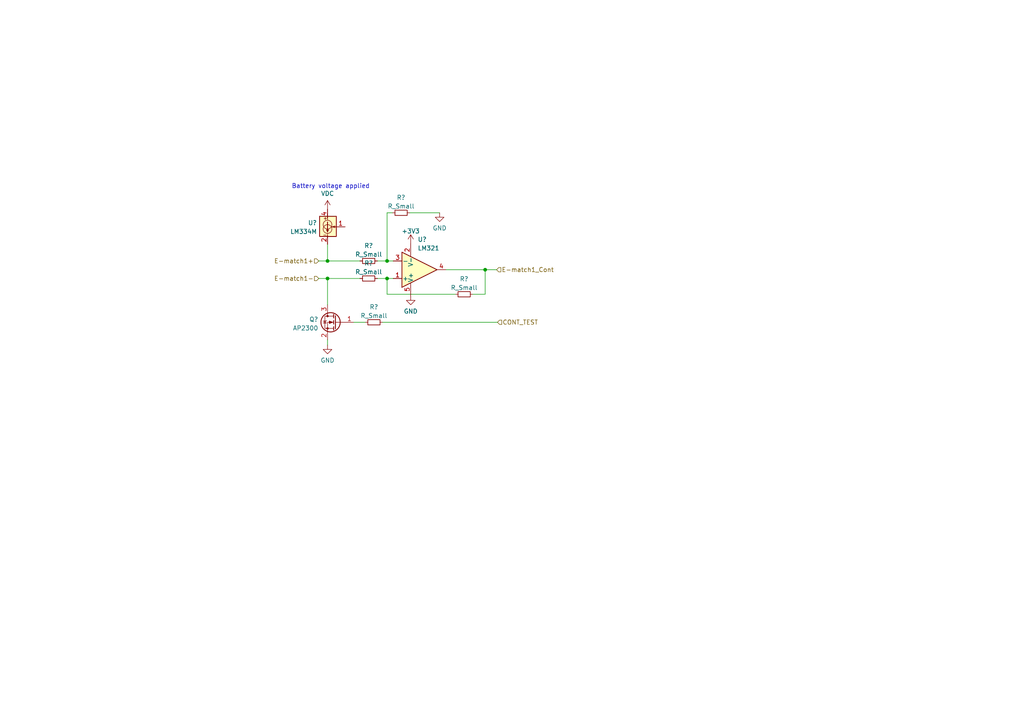
<source format=kicad_sch>
(kicad_sch (version 20211123) (generator eeschema)
  (paper "A4")
  (lib_symbols
    (symbol "Amplifier_Operational:LM321" (pin_names (offset 0.127))
      (property "Reference" "U" (at 0 7.62 0))
      (property "Value" "LM321" (at 0 5.08 0))
      (symbol "LM321_0_1"
        (polyline (pts (xy -5.08 5.08) (xy 5.08 0) (xy -5.08 -5.08) (xy -5.08 5.08)) (stroke (width 0.254)) (fill (type background)))
      )
      (symbol "LM321_1_1"
        (pin input line (at -7.62 2.54 0) (length 2.54) (name "+") (number "1"))
        (pin power_in line (at -2.54 -7.62 90) (length 3.81) (name "V-") (number "2"))
        (pin input line (at -7.62 -2.54 0) (length 2.54) (name "-") (number "3"))
        (pin output line (at 7.62 0 180) (length 2.54) (name "~") (number "4"))
        (pin power_in line (at -2.54 7.62 270) (length 3.81) (name "V+") (number "5"))
      )
    )
    (symbol "Device:R_Small" (pin_numbers hide) (pin_names (offset 0.254) hide)
      (property "Reference" "R" (at 0.762 0.508 0))
      (property "Value" "R_Small" (at 0.762 -1.016 0))
      (symbol "R_Small_0_1"
        (rectangle (start -0.762 1.778) (end 0.762 -1.778) (stroke (width 0.2032)))
      )
      (symbol "R_Small_1_1"
        (pin passive line (at 0 2.54 270) (length 0.762) (name "~") (number "1"))
        (pin passive line (at 0 -2.54 90) (length 0.762) (name "~") (number "2"))
      )
    )
    (symbol "Reference_Current:LM334M"
      (property "Reference" "U" (at 0.635 6.35 0))
      (property "Value" "LM334M" (at 0.635 4.445 0))
      (symbol "LM334M_0_1"
        (rectangle (start -2.286 3.048) (end 2.54 -2.794) (stroke (width 0.254)) (fill (type background)))
        (circle (center 0 -0.635) (radius 1.27))
        (polyline (pts (xy -1.143 -2.413) (xy -0.381 -2.413)))
        (polyline (pts (xy -1.016 2.413) (xy -0.254 2.413)))
        (polyline (pts (xy -0.635 2.794) (xy -0.635 2.032)))
        (polyline (pts (xy 0 -1.905) (xy 0 -3.175)))
        (polyline (pts (xy 0 1.397) (xy 0 -1.397)) (stroke (width 0.254)))
        (polyline (pts (xy 0 3.81) (xy 0 1.905)))
        (polyline (pts (xy 5.08 0) (xy 1.27 0)))
        (polyline (pts (xy 0 -1.397) (xy -0.254 -0.889) (xy 0.254 -0.889) (xy 0 -1.397)) (stroke (width 0.254)))
        (polyline (pts (xy 1.27 0) (xy 2.159 0.254) (xy 2.159 -0.254) (xy 1.27 0)))
        (circle (center 0 0.635) (radius 1.27))
      )
      (symbol "LM334M_1_1"
        (pin passive line (at 5.08 0 180) (length 2.54) (name "~") (number "1"))
        (pin passive line (at 0 -5.08 90) (length 2.54) (name "~") (number "2"))
        (pin passive line (at 0 -5.08 90) (length 2.54) hide (name "~") (number "3"))
        (pin passive line (at 0 5.08 270) (length 2.54) (name "~") (number "4"))
        (pin passive line (at 0 -5.08 90) (length 2.54) hide (name "~") (number "6"))
        (pin passive line (at 0 -5.08 90) (length 2.54) hide (name "~") (number "7"))
      )
    )
    (symbol "Transistor_FET:2N7002E" (pin_names hide)
      (property "Reference" "Q" (at 5.08 1.905 0))
      (property "Value" "2N7002E" (at 5.08 0 0))
      (symbol "2N7002E_0_1"
        (polyline (pts (xy 0.254 0) (xy -2.54 0)))
        (polyline (pts (xy 0.254 1.905) (xy 0.254 -1.905)) (stroke (width 0.254)))
        (polyline (pts (xy 0.762 -1.27) (xy 0.762 -2.286)) (stroke (width 0.254)))
        (polyline (pts (xy 0.762 0.508) (xy 0.762 -0.508)) (stroke (width 0.254)))
        (polyline (pts (xy 0.762 2.286) (xy 0.762 1.27)) (stroke (width 0.254)))
        (polyline (pts (xy 2.54 2.54) (xy 2.54 1.778)))
        (polyline (pts (xy 2.54 -2.54) (xy 2.54 0) (xy 0.762 0)))
        (polyline (pts (xy 0.762 -1.778) (xy 3.302 -1.778) (xy 3.302 1.778) (xy 0.762 1.778)))
        (polyline (pts (xy 1.016 0) (xy 2.032 0.381) (xy 2.032 -0.381) (xy 1.016 0)) (fill (type outline)))
        (polyline (pts (xy 2.794 0.508) (xy 2.921 0.381) (xy 3.683 0.381) (xy 3.81 0.254)))
        (polyline (pts (xy 3.302 0.381) (xy 2.921 -0.254) (xy 3.683 -0.254) (xy 3.302 0.381)))
        (circle (center 1.651 0) (radius 2.794) (stroke (width 0.254)))
        (circle (center 2.54 -1.778) (radius 0.254) (fill (type outline)))
        (circle (center 2.54 1.778) (radius 0.254) (fill (type outline)))
      )
      (symbol "2N7002E_1_1"
        (pin input line (at -5.08 0 0) (length 2.54) (name "G") (number "1"))
        (pin passive line (at 2.54 -5.08 90) (length 2.54) (name "S") (number "2"))
        (pin passive line (at 2.54 5.08 270) (length 2.54) (name "D") (number "3"))
      )
    )
    (symbol "power:+3.3V" (power) (pin_names (offset 0))
      (property "Value" "+3.3V" (at 0 3.556 0))
      (symbol "+3.3V_0_1"
        (polyline (pts (xy -0.762 1.27) (xy 0 2.54)))
        (polyline (pts (xy 0 0) (xy 0 2.54)))
        (polyline (pts (xy 0 2.54) (xy 0.762 1.27)))
      )
      (symbol "+3.3V_1_1"
        (pin power_in line (at 0 0 90) (length 0) hide (name "+3V3") (number "1"))
      )
    )
    (symbol "power:GND" (power) (pin_names (offset 0))
      (property "Value" "GND" (at 0 -3.81 0))
      (symbol "GND_0_1"
        (polyline (pts (xy 0 0) (xy 0 -1.27) (xy 1.27 -1.27) (xy 0 -2.54) (xy -1.27 -1.27) (xy 0 -1.27)))
      )
      (symbol "GND_1_1"
        (pin power_in line (at 0 0 270) (length 0) hide (name "GND") (number "1"))
      )
    )
    (symbol "power:VDC" (power) (pin_names (offset 0))
      (property "Value" "VDC" (at 0 6.35 0))
      (symbol "VDC_0_1"
        (polyline (pts (xy -0.762 1.27) (xy 0 2.54)))
        (polyline (pts (xy 0 0) (xy 0 2.54)))
        (polyline (pts (xy 0 2.54) (xy 0.762 1.27)))
      )
      (symbol "VDC_1_1"
        (pin power_in line (at 0 0 90) (length 0) hide (name "VDC") (number "1"))
      )
    )
  )
  (junction (at 94.996 75.692))
  (junction (at 140.716 78.232))
  (junction (at 94.996 80.772))
  (junction (at 112.268 75.692))
  (junction (at 112.268 80.772))
  (wire (pts (xy 112.268 80.772) (xy 114.046 80.772)))
  (wire (pts (xy 94.996 98.552) (xy 94.996 100.076)))
  (wire (pts (xy 140.716 78.232) (xy 140.716 85.344)))
  (wire (pts (xy 92.456 75.692) (xy 94.996 75.692)))
  (wire (pts (xy 92.456 80.772) (xy 94.996 80.772)))
  (wire (pts (xy 112.268 75.692) (xy 114.046 75.692)))
  (wire (pts (xy 94.996 80.772) (xy 94.996 88.392)))
  (wire (pts (xy 94.996 70.866) (xy 94.996 75.692)))
  (wire (pts (xy 140.716 78.232) (xy 144.018 78.232)))
  (wire (pts (xy 140.716 85.344) (xy 137.16 85.344)))
  (wire (pts (xy 118.872 61.722) (xy 127.508 61.722)))
  (wire (pts (xy 94.996 80.772) (xy 104.394 80.772)))
  (wire (pts (xy 110.998 93.472) (xy 144.272 93.472)))
  (wire (pts (xy 102.616 93.472) (xy 105.918 93.472)))
  (wire (pts (xy 94.996 75.692) (xy 104.394 75.692)))
  (wire (pts (xy 109.474 80.772) (xy 112.268 80.772)))
  (wire (pts (xy 129.286 78.232) (xy 140.716 78.232)))
  (wire (pts (xy 112.268 80.772) (xy 112.268 85.344)))
  (wire (pts (xy 113.792 61.722) (xy 112.268 61.722)))
  (wire (pts (xy 112.268 85.344) (xy 132.08 85.344)))
  (wire (pts (xy 109.474 75.692) (xy 112.268 75.692)))
  (wire (pts (xy 112.268 61.722) (xy 112.268 75.692)))
  (text "Battery voltage applied" (at 84.582 54.864 0) (effects (font (size 1.27 1.27)) (justify left bottom)))
  (hierarchical_label "E-match1_Cont" (shape input) (at 144.018 78.232 0))
  (hierarchical_label "CONT_TEST" (shape input) (at 144.272 93.472 0))
  (hierarchical_label "E-match1+" (shape input) (at 92.456 75.692 180))
  (hierarchical_label "E-match1-" (shape input) (at 92.456 80.772 180))
  (symbol (lib_id "power:GND") (at 119.126 85.852 0) (unit 1)
    (property "Reference" "#PWR?" (effects hide))
    (property "Value" "GND" (at 119.126 90.2954 0))
  )
  (symbol (lib_id "Device:R_Small") (at 134.62 85.344 90) (unit 1)
    (property "Reference" "R?" (at 134.62 80.9076 90))
    (property "Value" "R_Small" (at 134.62 83.4445 90))
  )
  (symbol (lib_id "Device:R_Small") (at 116.332 61.722 90) (unit 1)
    (property "Reference" "R?" (at 116.332 57.2856 90))
    (property "Value" "R_Small" (at 116.332 59.8225 90))
  )
  (symbol (lib_id "power:+3.3V") (at 119.126 70.612 0) (unit 1)
    (property "Reference" "#PWR?" (effects hide))
    (property "Value" "+3.3V" (at 119.126 67.0362 0))
  )
  (symbol (lib_id "Amplifier_Operational:LM321") (at 121.666 78.232 0) (mirror x) (unit 1)
    (property "Reference" "U?" (at 121.1454 69.4522 0) (effects (justify left)))
    (property "Value" "LM321" (at 121.1454 71.9891 0) (effects (justify left)))
    (property "Footprint" "Package_TO_SOT_SMD:SOT-23-5" (effects hide))
    (property "Datasheet" "http://www.ti.com/lit/ds/symlink/lm321.pdf" (effects hide))
  )
  (symbol (lib_id "Device:R_Small") (at 106.934 75.692 90) (unit 1)
    (property "Reference" "R?" (at 106.934 71.2556 90))
    (property "Value" "R_Small" (at 106.934 73.7925 90))
  )
  (symbol (lib_id "Reference_Current:LM334M") (at 94.996 65.786 0) (unit 1)
    (property "Reference" "U?" (at 91.9481 64.6338 0) (effects (justify right)))
    (property "Value" "LM334M" (at 91.9481 67.1707 0) (effects (justify right)))
    (property "Footprint" "Package_SO:SOIC-8_3.9x4.9mm_P1.27mm" (effects hide))
    (property "Datasheet" "http://www.ti.com/lit/ds/symlink/lm134.pdf" (effects hide))
    (property "LCSC#" "C7945" (effects hide))
  )
  (symbol (lib_id "power:GND") (at 94.996 100.076 0) (unit 1)
    (property "Reference" "#PWR?" (effects hide))
    (property "Value" "GND" (at 94.996 104.5194 0))
  )
  (symbol (lib_id "Device:R_Small") (at 108.458 93.472 90) (unit 1)
    (property "Reference" "R?" (at 108.458 89.0356 90))
    (property "Value" "R_Small" (at 108.458 91.5725 90))
  )
  (symbol (lib_id "Transistor_FET:2N7002E") (at 97.536 93.472 0) (mirror y) (unit 1)
    (property "Reference" "Q?" (at 92.3291 92.6373 0) (effects (justify left)))
    (property "Value" "AP2300" (at 92.3291 95.1742 0) (effects (justify left)))
    (property "Footprint" "Package_TO_SOT_SMD:SOT-23" (effects hide))
    (property "Datasheet" "https://datasheet.lcsc.com/lcsc/1912111437_ALLPOWER-ShenZhen-Quan-Li-Semiconductor-AP2300_C360338.pdf" (effects hide))
  )
  (symbol (lib_id "power:VDC") (at 94.996 60.706 0) (unit 1)
    (property "Reference" "#PWR?" (effects hide))
    (property "Value" "VDC" (at 94.996 56.134 0))
  )
  (symbol (lib_id "Device:R_Small") (at 106.934 80.772 90) (unit 1)
    (property "Reference" "R?" (at 106.934 76.3356 90))
    (property "Value" "R_Small" (at 106.934 78.8725 90))
  )
  (symbol (lib_id "power:GND") (at 127.508 61.722 0) (unit 1)
    (property "Reference" "#PWR?" (effects hide))
    (property "Value" "GND" (at 127.508 66.1654 0))
  )
)
</source>
